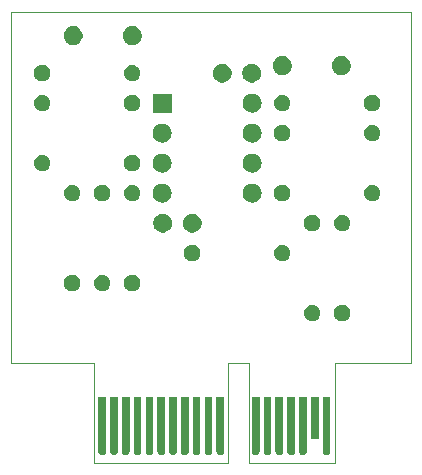
<source format=gbr>
%TF.GenerationSoftware,KiCad,Pcbnew,5.0.2-bee76a0~70~ubuntu16.04.1*%
%TF.CreationDate,2019-06-19T10:20:04+02:00*%
%TF.ProjectId,mixerin_output,6d697865-7269-46e5-9f6f-75747075742e,rev?*%
%TF.SameCoordinates,Original*%
%TF.FileFunction,Soldermask,Top*%
%TF.FilePolarity,Negative*%
%FSLAX46Y46*%
G04 Gerber Fmt 4.6, Leading zero omitted, Abs format (unit mm)*
G04 Created by KiCad (PCBNEW 5.0.2-bee76a0~70~ubuntu16.04.1) date Mi 19 Jun 2019 10:20:04 CEST*
%MOMM*%
%LPD*%
G01*
G04 APERTURE LIST*
%ADD10C,0.100000*%
G04 APERTURE END LIST*
D10*
X108915200Y-69850000D02*
X116230400Y-69850000D01*
X108915200Y-61350000D02*
X108915200Y-69850000D01*
X107137200Y-61350000D02*
X108915200Y-61350000D01*
X107137200Y-69850000D02*
X107137200Y-61350000D01*
X122682000Y-31623000D02*
X122682000Y-61350000D01*
X88773000Y-31623000D02*
X122682000Y-31623000D01*
X88773000Y-61350000D02*
X88773000Y-31623000D01*
X95808800Y-61350000D02*
X88773000Y-61350000D01*
X95808800Y-69850000D02*
X95808800Y-61350000D01*
X107111800Y-69850000D02*
X95808800Y-69850000D01*
X116230400Y-61350000D02*
X116230400Y-69850000D01*
X122682000Y-61350000D02*
X116230400Y-61350000D01*
G36*
X98845000Y-68904940D02*
X98838466Y-68917165D01*
X98834777Y-68929328D01*
X98832511Y-68934798D01*
X98832511Y-68934799D01*
X98808012Y-68993945D01*
X98772444Y-69047176D01*
X98727176Y-69092444D01*
X98673945Y-69128012D01*
X98673942Y-69128013D01*
X98673941Y-69128014D01*
X98660543Y-69133563D01*
X98614799Y-69152511D01*
X98552010Y-69165000D01*
X98487990Y-69165000D01*
X98425201Y-69152511D01*
X98379457Y-69133563D01*
X98366059Y-69128014D01*
X98366058Y-69128013D01*
X98366055Y-69128012D01*
X98312824Y-69092444D01*
X98267556Y-69047176D01*
X98231988Y-68993945D01*
X98207489Y-68934799D01*
X98207488Y-68934794D01*
X98205224Y-68929328D01*
X98201535Y-68917168D01*
X98195000Y-68904940D01*
X98195000Y-64240000D01*
X98845000Y-64240000D01*
X98845000Y-68904940D01*
X98845000Y-68904940D01*
G37*
G36*
X105845000Y-68904940D02*
X105838466Y-68917165D01*
X105834777Y-68929328D01*
X105832511Y-68934798D01*
X105832511Y-68934799D01*
X105808012Y-68993945D01*
X105772444Y-69047176D01*
X105727176Y-69092444D01*
X105673945Y-69128012D01*
X105673942Y-69128013D01*
X105673941Y-69128014D01*
X105660543Y-69133563D01*
X105614799Y-69152511D01*
X105552010Y-69165000D01*
X105487990Y-69165000D01*
X105425201Y-69152511D01*
X105379457Y-69133563D01*
X105366059Y-69128014D01*
X105366058Y-69128013D01*
X105366055Y-69128012D01*
X105312824Y-69092444D01*
X105267556Y-69047176D01*
X105231988Y-68993945D01*
X105207489Y-68934799D01*
X105207488Y-68934794D01*
X105205224Y-68929328D01*
X105201535Y-68917168D01*
X105195000Y-68904940D01*
X105195000Y-64240000D01*
X105845000Y-64240000D01*
X105845000Y-68904940D01*
X105845000Y-68904940D01*
G37*
G36*
X115845000Y-68904940D02*
X115838466Y-68917165D01*
X115834777Y-68929328D01*
X115832511Y-68934798D01*
X115832511Y-68934799D01*
X115808012Y-68993945D01*
X115772444Y-69047176D01*
X115727176Y-69092444D01*
X115673945Y-69128012D01*
X115673942Y-69128013D01*
X115673941Y-69128014D01*
X115660543Y-69133563D01*
X115614799Y-69152511D01*
X115552010Y-69165000D01*
X115487990Y-69165000D01*
X115425201Y-69152511D01*
X115379457Y-69133563D01*
X115366059Y-69128014D01*
X115366058Y-69128013D01*
X115366055Y-69128012D01*
X115312824Y-69092444D01*
X115267556Y-69047176D01*
X115231988Y-68993945D01*
X115207489Y-68934799D01*
X115207488Y-68934794D01*
X115205224Y-68929328D01*
X115201535Y-68917168D01*
X115195000Y-68904940D01*
X115195000Y-64240000D01*
X115845000Y-64240000D01*
X115845000Y-68904940D01*
X115845000Y-68904940D01*
G37*
G36*
X99845000Y-68904940D02*
X99838466Y-68917165D01*
X99834777Y-68929328D01*
X99832511Y-68934798D01*
X99832511Y-68934799D01*
X99808012Y-68993945D01*
X99772444Y-69047176D01*
X99727176Y-69092444D01*
X99673945Y-69128012D01*
X99673942Y-69128013D01*
X99673941Y-69128014D01*
X99660543Y-69133563D01*
X99614799Y-69152511D01*
X99552010Y-69165000D01*
X99487990Y-69165000D01*
X99425201Y-69152511D01*
X99379457Y-69133563D01*
X99366059Y-69128014D01*
X99366058Y-69128013D01*
X99366055Y-69128012D01*
X99312824Y-69092444D01*
X99267556Y-69047176D01*
X99231988Y-68993945D01*
X99207489Y-68934799D01*
X99207488Y-68934794D01*
X99205224Y-68929328D01*
X99201535Y-68917168D01*
X99195000Y-68904940D01*
X99195000Y-64240000D01*
X99845000Y-64240000D01*
X99845000Y-68904940D01*
X99845000Y-68904940D01*
G37*
G36*
X100845000Y-68904940D02*
X100838466Y-68917165D01*
X100834777Y-68929328D01*
X100832511Y-68934798D01*
X100832511Y-68934799D01*
X100808012Y-68993945D01*
X100772444Y-69047176D01*
X100727176Y-69092444D01*
X100673945Y-69128012D01*
X100673942Y-69128013D01*
X100673941Y-69128014D01*
X100660543Y-69133563D01*
X100614799Y-69152511D01*
X100552010Y-69165000D01*
X100487990Y-69165000D01*
X100425201Y-69152511D01*
X100379457Y-69133563D01*
X100366059Y-69128014D01*
X100366058Y-69128013D01*
X100366055Y-69128012D01*
X100312824Y-69092444D01*
X100267556Y-69047176D01*
X100231988Y-68993945D01*
X100207489Y-68934799D01*
X100207488Y-68934794D01*
X100205224Y-68929328D01*
X100201535Y-68917168D01*
X100195000Y-68904940D01*
X100195000Y-64240000D01*
X100845000Y-64240000D01*
X100845000Y-68904940D01*
X100845000Y-68904940D01*
G37*
G36*
X101845000Y-68904940D02*
X101838466Y-68917165D01*
X101834777Y-68929328D01*
X101832511Y-68934798D01*
X101832511Y-68934799D01*
X101808012Y-68993945D01*
X101772444Y-69047176D01*
X101727176Y-69092444D01*
X101673945Y-69128012D01*
X101673942Y-69128013D01*
X101673941Y-69128014D01*
X101660543Y-69133563D01*
X101614799Y-69152511D01*
X101552010Y-69165000D01*
X101487990Y-69165000D01*
X101425201Y-69152511D01*
X101379457Y-69133563D01*
X101366059Y-69128014D01*
X101366058Y-69128013D01*
X101366055Y-69128012D01*
X101312824Y-69092444D01*
X101267556Y-69047176D01*
X101231988Y-68993945D01*
X101207489Y-68934799D01*
X101207488Y-68934794D01*
X101205224Y-68929328D01*
X101201535Y-68917168D01*
X101195000Y-68904940D01*
X101195000Y-64240000D01*
X101845000Y-64240000D01*
X101845000Y-68904940D01*
X101845000Y-68904940D01*
G37*
G36*
X102845000Y-68904940D02*
X102838466Y-68917165D01*
X102834777Y-68929328D01*
X102832511Y-68934798D01*
X102832511Y-68934799D01*
X102808012Y-68993945D01*
X102772444Y-69047176D01*
X102727176Y-69092444D01*
X102673945Y-69128012D01*
X102673942Y-69128013D01*
X102673941Y-69128014D01*
X102660543Y-69133563D01*
X102614799Y-69152511D01*
X102552010Y-69165000D01*
X102487990Y-69165000D01*
X102425201Y-69152511D01*
X102379457Y-69133563D01*
X102366059Y-69128014D01*
X102366058Y-69128013D01*
X102366055Y-69128012D01*
X102312824Y-69092444D01*
X102267556Y-69047176D01*
X102231988Y-68993945D01*
X102207489Y-68934799D01*
X102207488Y-68934794D01*
X102205224Y-68929328D01*
X102201535Y-68917168D01*
X102195000Y-68904940D01*
X102195000Y-64240000D01*
X102845000Y-64240000D01*
X102845000Y-68904940D01*
X102845000Y-68904940D01*
G37*
G36*
X103845000Y-68904940D02*
X103838466Y-68917165D01*
X103834777Y-68929328D01*
X103832511Y-68934798D01*
X103832511Y-68934799D01*
X103808012Y-68993945D01*
X103772444Y-69047176D01*
X103727176Y-69092444D01*
X103673945Y-69128012D01*
X103673942Y-69128013D01*
X103673941Y-69128014D01*
X103660543Y-69133563D01*
X103614799Y-69152511D01*
X103552010Y-69165000D01*
X103487990Y-69165000D01*
X103425201Y-69152511D01*
X103379457Y-69133563D01*
X103366059Y-69128014D01*
X103366058Y-69128013D01*
X103366055Y-69128012D01*
X103312824Y-69092444D01*
X103267556Y-69047176D01*
X103231988Y-68993945D01*
X103207489Y-68934799D01*
X103207488Y-68934794D01*
X103205224Y-68929328D01*
X103201535Y-68917168D01*
X103195000Y-68904940D01*
X103195000Y-64240000D01*
X103845000Y-64240000D01*
X103845000Y-68904940D01*
X103845000Y-68904940D01*
G37*
G36*
X104845000Y-68904940D02*
X104838466Y-68917165D01*
X104834777Y-68929328D01*
X104832511Y-68934798D01*
X104832511Y-68934799D01*
X104808012Y-68993945D01*
X104772444Y-69047176D01*
X104727176Y-69092444D01*
X104673945Y-69128012D01*
X104673942Y-69128013D01*
X104673941Y-69128014D01*
X104660543Y-69133563D01*
X104614799Y-69152511D01*
X104552010Y-69165000D01*
X104487990Y-69165000D01*
X104425201Y-69152511D01*
X104379457Y-69133563D01*
X104366059Y-69128014D01*
X104366058Y-69128013D01*
X104366055Y-69128012D01*
X104312824Y-69092444D01*
X104267556Y-69047176D01*
X104231988Y-68993945D01*
X104207489Y-68934799D01*
X104207488Y-68934794D01*
X104205224Y-68929328D01*
X104201535Y-68917168D01*
X104195000Y-68904940D01*
X104195000Y-64240000D01*
X104845000Y-64240000D01*
X104845000Y-68904940D01*
X104845000Y-68904940D01*
G37*
G36*
X96845000Y-68904940D02*
X96838466Y-68917165D01*
X96834777Y-68929328D01*
X96832511Y-68934798D01*
X96832511Y-68934799D01*
X96808012Y-68993945D01*
X96772444Y-69047176D01*
X96727176Y-69092444D01*
X96673945Y-69128012D01*
X96673942Y-69128013D01*
X96673941Y-69128014D01*
X96660543Y-69133563D01*
X96614799Y-69152511D01*
X96552010Y-69165000D01*
X96487990Y-69165000D01*
X96425201Y-69152511D01*
X96379457Y-69133563D01*
X96366059Y-69128014D01*
X96366058Y-69128013D01*
X96366055Y-69128012D01*
X96312824Y-69092444D01*
X96267556Y-69047176D01*
X96231988Y-68993945D01*
X96207489Y-68934799D01*
X96207488Y-68934794D01*
X96205224Y-68929328D01*
X96201535Y-68917168D01*
X96195000Y-68904940D01*
X96195000Y-64240000D01*
X96845000Y-64240000D01*
X96845000Y-68904940D01*
X96845000Y-68904940D01*
G37*
G36*
X97845000Y-68904940D02*
X97838466Y-68917165D01*
X97834777Y-68929328D01*
X97832511Y-68934798D01*
X97832511Y-68934799D01*
X97808012Y-68993945D01*
X97772444Y-69047176D01*
X97727176Y-69092444D01*
X97673945Y-69128012D01*
X97673942Y-69128013D01*
X97673941Y-69128014D01*
X97660543Y-69133563D01*
X97614799Y-69152511D01*
X97552010Y-69165000D01*
X97487990Y-69165000D01*
X97425201Y-69152511D01*
X97379457Y-69133563D01*
X97366059Y-69128014D01*
X97366058Y-69128013D01*
X97366055Y-69128012D01*
X97312824Y-69092444D01*
X97267556Y-69047176D01*
X97231988Y-68993945D01*
X97207489Y-68934799D01*
X97207488Y-68934794D01*
X97205224Y-68929328D01*
X97201535Y-68917168D01*
X97195000Y-68904940D01*
X97195000Y-64240000D01*
X97845000Y-64240000D01*
X97845000Y-68904940D01*
X97845000Y-68904940D01*
G37*
G36*
X113845000Y-68904940D02*
X113838466Y-68917165D01*
X113834777Y-68929328D01*
X113832511Y-68934798D01*
X113832511Y-68934799D01*
X113808012Y-68993945D01*
X113772444Y-69047176D01*
X113727176Y-69092444D01*
X113673945Y-69128012D01*
X113673942Y-69128013D01*
X113673941Y-69128014D01*
X113660543Y-69133563D01*
X113614799Y-69152511D01*
X113552010Y-69165000D01*
X113487990Y-69165000D01*
X113425201Y-69152511D01*
X113379457Y-69133563D01*
X113366059Y-69128014D01*
X113366058Y-69128013D01*
X113366055Y-69128012D01*
X113312824Y-69092444D01*
X113267556Y-69047176D01*
X113231988Y-68993945D01*
X113207489Y-68934799D01*
X113207488Y-68934794D01*
X113205224Y-68929328D01*
X113201535Y-68917168D01*
X113195000Y-68904940D01*
X113195000Y-64240000D01*
X113845000Y-64240000D01*
X113845000Y-68904940D01*
X113845000Y-68904940D01*
G37*
G36*
X112845000Y-68904940D02*
X112838466Y-68917165D01*
X112834777Y-68929328D01*
X112832511Y-68934798D01*
X112832511Y-68934799D01*
X112808012Y-68993945D01*
X112772444Y-69047176D01*
X112727176Y-69092444D01*
X112673945Y-69128012D01*
X112673942Y-69128013D01*
X112673941Y-69128014D01*
X112660543Y-69133563D01*
X112614799Y-69152511D01*
X112552010Y-69165000D01*
X112487990Y-69165000D01*
X112425201Y-69152511D01*
X112379457Y-69133563D01*
X112366059Y-69128014D01*
X112366058Y-69128013D01*
X112366055Y-69128012D01*
X112312824Y-69092444D01*
X112267556Y-69047176D01*
X112231988Y-68993945D01*
X112207489Y-68934799D01*
X112207488Y-68934794D01*
X112205224Y-68929328D01*
X112201535Y-68917168D01*
X112195000Y-68904940D01*
X112195000Y-64240000D01*
X112845000Y-64240000D01*
X112845000Y-68904940D01*
X112845000Y-68904940D01*
G37*
G36*
X110845000Y-68904940D02*
X110838466Y-68917165D01*
X110834777Y-68929328D01*
X110832511Y-68934798D01*
X110832511Y-68934799D01*
X110808012Y-68993945D01*
X110772444Y-69047176D01*
X110727176Y-69092444D01*
X110673945Y-69128012D01*
X110673942Y-69128013D01*
X110673941Y-69128014D01*
X110660543Y-69133563D01*
X110614799Y-69152511D01*
X110552010Y-69165000D01*
X110487990Y-69165000D01*
X110425201Y-69152511D01*
X110379457Y-69133563D01*
X110366059Y-69128014D01*
X110366058Y-69128013D01*
X110366055Y-69128012D01*
X110312824Y-69092444D01*
X110267556Y-69047176D01*
X110231988Y-68993945D01*
X110207489Y-68934799D01*
X110207488Y-68934794D01*
X110205224Y-68929328D01*
X110201535Y-68917168D01*
X110195000Y-68904940D01*
X110195000Y-64240000D01*
X110845000Y-64240000D01*
X110845000Y-68904940D01*
X110845000Y-68904940D01*
G37*
G36*
X106845000Y-68904940D02*
X106838466Y-68917165D01*
X106834777Y-68929328D01*
X106832511Y-68934798D01*
X106832511Y-68934799D01*
X106808012Y-68993945D01*
X106772444Y-69047176D01*
X106727176Y-69092444D01*
X106673945Y-69128012D01*
X106673942Y-69128013D01*
X106673941Y-69128014D01*
X106660543Y-69133563D01*
X106614799Y-69152511D01*
X106552010Y-69165000D01*
X106487990Y-69165000D01*
X106425201Y-69152511D01*
X106379457Y-69133563D01*
X106366059Y-69128014D01*
X106366058Y-69128013D01*
X106366055Y-69128012D01*
X106312824Y-69092444D01*
X106267556Y-69047176D01*
X106231988Y-68993945D01*
X106207489Y-68934799D01*
X106207488Y-68934794D01*
X106205224Y-68929328D01*
X106201535Y-68917168D01*
X106195000Y-68904940D01*
X106195000Y-64240000D01*
X106845000Y-64240000D01*
X106845000Y-68904940D01*
X106845000Y-68904940D01*
G37*
G36*
X109845000Y-68904940D02*
X109838466Y-68917165D01*
X109834777Y-68929328D01*
X109832511Y-68934798D01*
X109832511Y-68934799D01*
X109808012Y-68993945D01*
X109772444Y-69047176D01*
X109727176Y-69092444D01*
X109673945Y-69128012D01*
X109673942Y-69128013D01*
X109673941Y-69128014D01*
X109660543Y-69133563D01*
X109614799Y-69152511D01*
X109552010Y-69165000D01*
X109487990Y-69165000D01*
X109425201Y-69152511D01*
X109379457Y-69133563D01*
X109366059Y-69128014D01*
X109366058Y-69128013D01*
X109366055Y-69128012D01*
X109312824Y-69092444D01*
X109267556Y-69047176D01*
X109231988Y-68993945D01*
X109207489Y-68934799D01*
X109207488Y-68934794D01*
X109205224Y-68929328D01*
X109201535Y-68917168D01*
X109195000Y-68904940D01*
X109195000Y-64240000D01*
X109845000Y-64240000D01*
X109845000Y-68904940D01*
X109845000Y-68904940D01*
G37*
G36*
X111845000Y-68904940D02*
X111838466Y-68917165D01*
X111834777Y-68929328D01*
X111832511Y-68934798D01*
X111832511Y-68934799D01*
X111808012Y-68993945D01*
X111772444Y-69047176D01*
X111727176Y-69092444D01*
X111673945Y-69128012D01*
X111673942Y-69128013D01*
X111673941Y-69128014D01*
X111660543Y-69133563D01*
X111614799Y-69152511D01*
X111552010Y-69165000D01*
X111487990Y-69165000D01*
X111425201Y-69152511D01*
X111379457Y-69133563D01*
X111366059Y-69128014D01*
X111366058Y-69128013D01*
X111366055Y-69128012D01*
X111312824Y-69092444D01*
X111267556Y-69047176D01*
X111231988Y-68993945D01*
X111207489Y-68934799D01*
X111207488Y-68934794D01*
X111205224Y-68929328D01*
X111201535Y-68917168D01*
X111195000Y-68904940D01*
X111195000Y-64240000D01*
X111845000Y-64240000D01*
X111845000Y-68904940D01*
X111845000Y-68904940D01*
G37*
G36*
X114845000Y-67840000D02*
X114195000Y-67840000D01*
X114195000Y-64240000D01*
X114845000Y-64240000D01*
X114845000Y-67840000D01*
X114845000Y-67840000D01*
G37*
G36*
X114504183Y-56476900D02*
X114631574Y-56529668D01*
X114684685Y-56565155D01*
X114746225Y-56606275D01*
X114843725Y-56703775D01*
X114920332Y-56818426D01*
X114973100Y-56945817D01*
X115000000Y-57081055D01*
X115000000Y-57218945D01*
X114973100Y-57354183D01*
X114920332Y-57481574D01*
X114843726Y-57596224D01*
X114746224Y-57693726D01*
X114631574Y-57770332D01*
X114504183Y-57823100D01*
X114368945Y-57850000D01*
X114231055Y-57850000D01*
X114095817Y-57823100D01*
X113968426Y-57770332D01*
X113853776Y-57693726D01*
X113756274Y-57596224D01*
X113679668Y-57481574D01*
X113626900Y-57354183D01*
X113600000Y-57218945D01*
X113600000Y-57081055D01*
X113626900Y-56945817D01*
X113679668Y-56818426D01*
X113756275Y-56703775D01*
X113853775Y-56606275D01*
X113915316Y-56565155D01*
X113968426Y-56529668D01*
X114095817Y-56476900D01*
X114231055Y-56450000D01*
X114368945Y-56450000D01*
X114504183Y-56476900D01*
X114504183Y-56476900D01*
G37*
G36*
X116977224Y-56460128D02*
X117109175Y-56500155D01*
X117230781Y-56565155D01*
X117337370Y-56652630D01*
X117424845Y-56759219D01*
X117489845Y-56880825D01*
X117529872Y-57012776D01*
X117543387Y-57150000D01*
X117529872Y-57287224D01*
X117489845Y-57419175D01*
X117424845Y-57540781D01*
X117337370Y-57647370D01*
X117230781Y-57734845D01*
X117109175Y-57799845D01*
X116977224Y-57839872D01*
X116874390Y-57850000D01*
X116805610Y-57850000D01*
X116702776Y-57839872D01*
X116570825Y-57799845D01*
X116449219Y-57734845D01*
X116342630Y-57647370D01*
X116255155Y-57540781D01*
X116190155Y-57419175D01*
X116150128Y-57287224D01*
X116136613Y-57150000D01*
X116150128Y-57012776D01*
X116190155Y-56880825D01*
X116255155Y-56759219D01*
X116342630Y-56652630D01*
X116449219Y-56565155D01*
X116570825Y-56500155D01*
X116702776Y-56460128D01*
X116805610Y-56450000D01*
X116874390Y-56450000D01*
X116977224Y-56460128D01*
X116977224Y-56460128D01*
G37*
G36*
X99197224Y-53920128D02*
X99329175Y-53960155D01*
X99450781Y-54025155D01*
X99557370Y-54112630D01*
X99644845Y-54219219D01*
X99709845Y-54340825D01*
X99749872Y-54472776D01*
X99763387Y-54610000D01*
X99749872Y-54747224D01*
X99709845Y-54879175D01*
X99644845Y-55000781D01*
X99557370Y-55107370D01*
X99450781Y-55194845D01*
X99329175Y-55259845D01*
X99197224Y-55299872D01*
X99094390Y-55310000D01*
X99025610Y-55310000D01*
X98922776Y-55299872D01*
X98790825Y-55259845D01*
X98669219Y-55194845D01*
X98562630Y-55107370D01*
X98475155Y-55000781D01*
X98410155Y-54879175D01*
X98370128Y-54747224D01*
X98356613Y-54610000D01*
X98370128Y-54472776D01*
X98410155Y-54340825D01*
X98475155Y-54219219D01*
X98562630Y-54112630D01*
X98669219Y-54025155D01*
X98790825Y-53960155D01*
X98922776Y-53920128D01*
X99025610Y-53910000D01*
X99094390Y-53910000D01*
X99197224Y-53920128D01*
X99197224Y-53920128D01*
G37*
G36*
X94117224Y-53920128D02*
X94249175Y-53960155D01*
X94370781Y-54025155D01*
X94477370Y-54112630D01*
X94564845Y-54219219D01*
X94629845Y-54340825D01*
X94669872Y-54472776D01*
X94683387Y-54610000D01*
X94669872Y-54747224D01*
X94629845Y-54879175D01*
X94564845Y-55000781D01*
X94477370Y-55107370D01*
X94370781Y-55194845D01*
X94249175Y-55259845D01*
X94117224Y-55299872D01*
X94014390Y-55310000D01*
X93945610Y-55310000D01*
X93842776Y-55299872D01*
X93710825Y-55259845D01*
X93589219Y-55194845D01*
X93482630Y-55107370D01*
X93395155Y-55000781D01*
X93330155Y-54879175D01*
X93290128Y-54747224D01*
X93276613Y-54610000D01*
X93290128Y-54472776D01*
X93330155Y-54340825D01*
X93395155Y-54219219D01*
X93482630Y-54112630D01*
X93589219Y-54025155D01*
X93710825Y-53960155D01*
X93842776Y-53920128D01*
X93945610Y-53910000D01*
X94014390Y-53910000D01*
X94117224Y-53920128D01*
X94117224Y-53920128D01*
G37*
G36*
X96724183Y-53936900D02*
X96851574Y-53989668D01*
X96904685Y-54025155D01*
X96966225Y-54066275D01*
X97063725Y-54163775D01*
X97140332Y-54278426D01*
X97193100Y-54405817D01*
X97220000Y-54541055D01*
X97220000Y-54678945D01*
X97193100Y-54814183D01*
X97140332Y-54941574D01*
X97063726Y-55056224D01*
X96966224Y-55153726D01*
X96851574Y-55230332D01*
X96724183Y-55283100D01*
X96588945Y-55310000D01*
X96451055Y-55310000D01*
X96315817Y-55283100D01*
X96188426Y-55230332D01*
X96073776Y-55153726D01*
X95976274Y-55056224D01*
X95899668Y-54941574D01*
X95846900Y-54814183D01*
X95820000Y-54678945D01*
X95820000Y-54541055D01*
X95846900Y-54405817D01*
X95899668Y-54278426D01*
X95976275Y-54163775D01*
X96073775Y-54066275D01*
X96135316Y-54025155D01*
X96188426Y-53989668D01*
X96315817Y-53936900D01*
X96451055Y-53910000D01*
X96588945Y-53910000D01*
X96724183Y-53936900D01*
X96724183Y-53936900D01*
G37*
G36*
X111964183Y-51396900D02*
X112091574Y-51449668D01*
X112144685Y-51485155D01*
X112206225Y-51526275D01*
X112303725Y-51623775D01*
X112380332Y-51738426D01*
X112433100Y-51865817D01*
X112460000Y-52001055D01*
X112460000Y-52138945D01*
X112433100Y-52274183D01*
X112380332Y-52401574D01*
X112303726Y-52516224D01*
X112206224Y-52613726D01*
X112091574Y-52690332D01*
X111964183Y-52743100D01*
X111828945Y-52770000D01*
X111691055Y-52770000D01*
X111555817Y-52743100D01*
X111428426Y-52690332D01*
X111313776Y-52613726D01*
X111216274Y-52516224D01*
X111139668Y-52401574D01*
X111086900Y-52274183D01*
X111060000Y-52138945D01*
X111060000Y-52001055D01*
X111086900Y-51865817D01*
X111139668Y-51738426D01*
X111216275Y-51623775D01*
X111313775Y-51526275D01*
X111375316Y-51485155D01*
X111428426Y-51449668D01*
X111555817Y-51396900D01*
X111691055Y-51370000D01*
X111828945Y-51370000D01*
X111964183Y-51396900D01*
X111964183Y-51396900D01*
G37*
G36*
X104277224Y-51380128D02*
X104409175Y-51420155D01*
X104530781Y-51485155D01*
X104637370Y-51572630D01*
X104724845Y-51679219D01*
X104789845Y-51800825D01*
X104829872Y-51932776D01*
X104843387Y-52070000D01*
X104829872Y-52207224D01*
X104789845Y-52339175D01*
X104724845Y-52460781D01*
X104637370Y-52567370D01*
X104530781Y-52654845D01*
X104409175Y-52719845D01*
X104277224Y-52759872D01*
X104174390Y-52770000D01*
X104105610Y-52770000D01*
X104002776Y-52759872D01*
X103870825Y-52719845D01*
X103749219Y-52654845D01*
X103642630Y-52567370D01*
X103555155Y-52460781D01*
X103490155Y-52339175D01*
X103450128Y-52207224D01*
X103436613Y-52070000D01*
X103450128Y-51932776D01*
X103490155Y-51800825D01*
X103555155Y-51679219D01*
X103642630Y-51572630D01*
X103749219Y-51485155D01*
X103870825Y-51420155D01*
X104002776Y-51380128D01*
X104105610Y-51370000D01*
X104174390Y-51370000D01*
X104277224Y-51380128D01*
X104277224Y-51380128D01*
G37*
G36*
X104373352Y-48760743D02*
X104518941Y-48821048D01*
X104649973Y-48908601D01*
X104761399Y-49020027D01*
X104848952Y-49151059D01*
X104909257Y-49296648D01*
X104940000Y-49451205D01*
X104940000Y-49608795D01*
X104909257Y-49763352D01*
X104848952Y-49908941D01*
X104761399Y-50039973D01*
X104649973Y-50151399D01*
X104518941Y-50238952D01*
X104373352Y-50299257D01*
X104218795Y-50330000D01*
X104061205Y-50330000D01*
X103906648Y-50299257D01*
X103761059Y-50238952D01*
X103630027Y-50151399D01*
X103518601Y-50039973D01*
X103431048Y-49908941D01*
X103370743Y-49763352D01*
X103340000Y-49608795D01*
X103340000Y-49451205D01*
X103370743Y-49296648D01*
X103431048Y-49151059D01*
X103518601Y-49020027D01*
X103630027Y-48908601D01*
X103761059Y-48821048D01*
X103906648Y-48760743D01*
X104061205Y-48730000D01*
X104218795Y-48730000D01*
X104373352Y-48760743D01*
X104373352Y-48760743D01*
G37*
G36*
X101873352Y-48760743D02*
X102018941Y-48821048D01*
X102149973Y-48908601D01*
X102261399Y-49020027D01*
X102348952Y-49151059D01*
X102409257Y-49296648D01*
X102440000Y-49451205D01*
X102440000Y-49608795D01*
X102409257Y-49763352D01*
X102348952Y-49908941D01*
X102261399Y-50039973D01*
X102149973Y-50151399D01*
X102018941Y-50238952D01*
X101873352Y-50299257D01*
X101718795Y-50330000D01*
X101561205Y-50330000D01*
X101406648Y-50299257D01*
X101261059Y-50238952D01*
X101130027Y-50151399D01*
X101018601Y-50039973D01*
X100931048Y-49908941D01*
X100870743Y-49763352D01*
X100840000Y-49608795D01*
X100840000Y-49451205D01*
X100870743Y-49296648D01*
X100931048Y-49151059D01*
X101018601Y-49020027D01*
X101130027Y-48908601D01*
X101261059Y-48821048D01*
X101406648Y-48760743D01*
X101561205Y-48730000D01*
X101718795Y-48730000D01*
X101873352Y-48760743D01*
X101873352Y-48760743D01*
G37*
G36*
X114437224Y-48840128D02*
X114569175Y-48880155D01*
X114690781Y-48945155D01*
X114797370Y-49032630D01*
X114884845Y-49139219D01*
X114949845Y-49260825D01*
X114989872Y-49392776D01*
X115003387Y-49530000D01*
X114989872Y-49667224D01*
X114949845Y-49799175D01*
X114884845Y-49920781D01*
X114797370Y-50027370D01*
X114690781Y-50114845D01*
X114569175Y-50179845D01*
X114437224Y-50219872D01*
X114334390Y-50230000D01*
X114265610Y-50230000D01*
X114162776Y-50219872D01*
X114030825Y-50179845D01*
X113909219Y-50114845D01*
X113802630Y-50027370D01*
X113715155Y-49920781D01*
X113650155Y-49799175D01*
X113610128Y-49667224D01*
X113596613Y-49530000D01*
X113610128Y-49392776D01*
X113650155Y-49260825D01*
X113715155Y-49139219D01*
X113802630Y-49032630D01*
X113909219Y-48945155D01*
X114030825Y-48880155D01*
X114162776Y-48840128D01*
X114265610Y-48830000D01*
X114334390Y-48830000D01*
X114437224Y-48840128D01*
X114437224Y-48840128D01*
G37*
G36*
X117044183Y-48856900D02*
X117168993Y-48908599D01*
X117171574Y-48909668D01*
X117224685Y-48945155D01*
X117286225Y-48986275D01*
X117383725Y-49083775D01*
X117460332Y-49198426D01*
X117513100Y-49325817D01*
X117540000Y-49461055D01*
X117540000Y-49598945D01*
X117513100Y-49734183D01*
X117460332Y-49861574D01*
X117383726Y-49976224D01*
X117286224Y-50073726D01*
X117171574Y-50150332D01*
X117044183Y-50203100D01*
X116908945Y-50230000D01*
X116771055Y-50230000D01*
X116635817Y-50203100D01*
X116508426Y-50150332D01*
X116393776Y-50073726D01*
X116296274Y-49976224D01*
X116219668Y-49861574D01*
X116166900Y-49734183D01*
X116140000Y-49598945D01*
X116140000Y-49461055D01*
X116166900Y-49325817D01*
X116219668Y-49198426D01*
X116296275Y-49083775D01*
X116393775Y-48986275D01*
X116455316Y-48945155D01*
X116508426Y-48909668D01*
X116511007Y-48908599D01*
X116635817Y-48856900D01*
X116771055Y-48830000D01*
X116908945Y-48830000D01*
X117044183Y-48856900D01*
X117044183Y-48856900D01*
G37*
G36*
X101717649Y-46197717D02*
X101756827Y-46201576D01*
X101832228Y-46224449D01*
X101907629Y-46247321D01*
X102046608Y-46321608D01*
X102168422Y-46421578D01*
X102268392Y-46543392D01*
X102342679Y-46682371D01*
X102388424Y-46833174D01*
X102403870Y-46990000D01*
X102388424Y-47146826D01*
X102342679Y-47297629D01*
X102268392Y-47436608D01*
X102168422Y-47558422D01*
X102046608Y-47658392D01*
X101907629Y-47732679D01*
X101832227Y-47755552D01*
X101756827Y-47778424D01*
X101717649Y-47782283D01*
X101639295Y-47790000D01*
X101560705Y-47790000D01*
X101482351Y-47782283D01*
X101443173Y-47778424D01*
X101367773Y-47755552D01*
X101292371Y-47732679D01*
X101153392Y-47658392D01*
X101031578Y-47558422D01*
X100931608Y-47436608D01*
X100857321Y-47297629D01*
X100811576Y-47146826D01*
X100796130Y-46990000D01*
X100811576Y-46833174D01*
X100857321Y-46682371D01*
X100931608Y-46543392D01*
X101031578Y-46421578D01*
X101153392Y-46321608D01*
X101292371Y-46247321D01*
X101367772Y-46224449D01*
X101443173Y-46201576D01*
X101482351Y-46197717D01*
X101560705Y-46190000D01*
X101639295Y-46190000D01*
X101717649Y-46197717D01*
X101717649Y-46197717D01*
G37*
G36*
X109337649Y-46197717D02*
X109376827Y-46201576D01*
X109452228Y-46224449D01*
X109527629Y-46247321D01*
X109666608Y-46321608D01*
X109788422Y-46421578D01*
X109888392Y-46543392D01*
X109962679Y-46682371D01*
X110008424Y-46833174D01*
X110023870Y-46990000D01*
X110008424Y-47146826D01*
X109962679Y-47297629D01*
X109888392Y-47436608D01*
X109788422Y-47558422D01*
X109666608Y-47658392D01*
X109527629Y-47732679D01*
X109452227Y-47755552D01*
X109376827Y-47778424D01*
X109337649Y-47782283D01*
X109259295Y-47790000D01*
X109180705Y-47790000D01*
X109102351Y-47782283D01*
X109063173Y-47778424D01*
X108987773Y-47755552D01*
X108912371Y-47732679D01*
X108773392Y-47658392D01*
X108651578Y-47558422D01*
X108551608Y-47436608D01*
X108477321Y-47297629D01*
X108431576Y-47146826D01*
X108416130Y-46990000D01*
X108431576Y-46833174D01*
X108477321Y-46682371D01*
X108551608Y-46543392D01*
X108651578Y-46421578D01*
X108773392Y-46321608D01*
X108912371Y-46247321D01*
X108987772Y-46224449D01*
X109063173Y-46201576D01*
X109102351Y-46197717D01*
X109180705Y-46190000D01*
X109259295Y-46190000D01*
X109337649Y-46197717D01*
X109337649Y-46197717D01*
G37*
G36*
X119584183Y-46316900D02*
X119711574Y-46369668D01*
X119764685Y-46405155D01*
X119826225Y-46446275D01*
X119923725Y-46543775D01*
X120000332Y-46658426D01*
X120053100Y-46785817D01*
X120080000Y-46921055D01*
X120080000Y-47058945D01*
X120053100Y-47194183D01*
X120000332Y-47321574D01*
X119923726Y-47436224D01*
X119826224Y-47533726D01*
X119711574Y-47610332D01*
X119584183Y-47663100D01*
X119448945Y-47690000D01*
X119311055Y-47690000D01*
X119175817Y-47663100D01*
X119048426Y-47610332D01*
X118933776Y-47533726D01*
X118836274Y-47436224D01*
X118759668Y-47321574D01*
X118706900Y-47194183D01*
X118680000Y-47058945D01*
X118680000Y-46921055D01*
X118706900Y-46785817D01*
X118759668Y-46658426D01*
X118836275Y-46543775D01*
X118933775Y-46446275D01*
X118995316Y-46405155D01*
X119048426Y-46369668D01*
X119175817Y-46316900D01*
X119311055Y-46290000D01*
X119448945Y-46290000D01*
X119584183Y-46316900D01*
X119584183Y-46316900D01*
G37*
G36*
X111897224Y-46300128D02*
X112029175Y-46340155D01*
X112150781Y-46405155D01*
X112257370Y-46492630D01*
X112344845Y-46599219D01*
X112409845Y-46720825D01*
X112449872Y-46852776D01*
X112463387Y-46990000D01*
X112449872Y-47127224D01*
X112409845Y-47259175D01*
X112344845Y-47380781D01*
X112257370Y-47487370D01*
X112150781Y-47574845D01*
X112029175Y-47639845D01*
X111897224Y-47679872D01*
X111794390Y-47690000D01*
X111725610Y-47690000D01*
X111622776Y-47679872D01*
X111490825Y-47639845D01*
X111369219Y-47574845D01*
X111262630Y-47487370D01*
X111175155Y-47380781D01*
X111110155Y-47259175D01*
X111070128Y-47127224D01*
X111056613Y-46990000D01*
X111070128Y-46852776D01*
X111110155Y-46720825D01*
X111175155Y-46599219D01*
X111262630Y-46492630D01*
X111369219Y-46405155D01*
X111490825Y-46340155D01*
X111622776Y-46300128D01*
X111725610Y-46290000D01*
X111794390Y-46290000D01*
X111897224Y-46300128D01*
X111897224Y-46300128D01*
G37*
G36*
X96657224Y-46300128D02*
X96789175Y-46340155D01*
X96910781Y-46405155D01*
X97017370Y-46492630D01*
X97104845Y-46599219D01*
X97169845Y-46720825D01*
X97209872Y-46852776D01*
X97223387Y-46990000D01*
X97209872Y-47127224D01*
X97169845Y-47259175D01*
X97104845Y-47380781D01*
X97017370Y-47487370D01*
X96910781Y-47574845D01*
X96789175Y-47639845D01*
X96657224Y-47679872D01*
X96554390Y-47690000D01*
X96485610Y-47690000D01*
X96382776Y-47679872D01*
X96250825Y-47639845D01*
X96129219Y-47574845D01*
X96022630Y-47487370D01*
X95935155Y-47380781D01*
X95870155Y-47259175D01*
X95830128Y-47127224D01*
X95816613Y-46990000D01*
X95830128Y-46852776D01*
X95870155Y-46720825D01*
X95935155Y-46599219D01*
X96022630Y-46492630D01*
X96129219Y-46405155D01*
X96250825Y-46340155D01*
X96382776Y-46300128D01*
X96485610Y-46290000D01*
X96554390Y-46290000D01*
X96657224Y-46300128D01*
X96657224Y-46300128D01*
G37*
G36*
X94184183Y-46316900D02*
X94311574Y-46369668D01*
X94364685Y-46405155D01*
X94426225Y-46446275D01*
X94523725Y-46543775D01*
X94600332Y-46658426D01*
X94653100Y-46785817D01*
X94680000Y-46921055D01*
X94680000Y-47058945D01*
X94653100Y-47194183D01*
X94600332Y-47321574D01*
X94523726Y-47436224D01*
X94426224Y-47533726D01*
X94311574Y-47610332D01*
X94184183Y-47663100D01*
X94048945Y-47690000D01*
X93911055Y-47690000D01*
X93775817Y-47663100D01*
X93648426Y-47610332D01*
X93533776Y-47533726D01*
X93436274Y-47436224D01*
X93359668Y-47321574D01*
X93306900Y-47194183D01*
X93280000Y-47058945D01*
X93280000Y-46921055D01*
X93306900Y-46785817D01*
X93359668Y-46658426D01*
X93436275Y-46543775D01*
X93533775Y-46446275D01*
X93595316Y-46405155D01*
X93648426Y-46369668D01*
X93775817Y-46316900D01*
X93911055Y-46290000D01*
X94048945Y-46290000D01*
X94184183Y-46316900D01*
X94184183Y-46316900D01*
G37*
G36*
X99264183Y-46316900D02*
X99391574Y-46369668D01*
X99444685Y-46405155D01*
X99506225Y-46446275D01*
X99603725Y-46543775D01*
X99680332Y-46658426D01*
X99733100Y-46785817D01*
X99760000Y-46921055D01*
X99760000Y-47058945D01*
X99733100Y-47194183D01*
X99680332Y-47321574D01*
X99603726Y-47436224D01*
X99506224Y-47533726D01*
X99391574Y-47610332D01*
X99264183Y-47663100D01*
X99128945Y-47690000D01*
X98991055Y-47690000D01*
X98855817Y-47663100D01*
X98728426Y-47610332D01*
X98613776Y-47533726D01*
X98516274Y-47436224D01*
X98439668Y-47321574D01*
X98386900Y-47194183D01*
X98360000Y-47058945D01*
X98360000Y-46921055D01*
X98386900Y-46785817D01*
X98439668Y-46658426D01*
X98516275Y-46543775D01*
X98613775Y-46446275D01*
X98675316Y-46405155D01*
X98728426Y-46369668D01*
X98855817Y-46316900D01*
X98991055Y-46290000D01*
X99128945Y-46290000D01*
X99264183Y-46316900D01*
X99264183Y-46316900D01*
G37*
G36*
X101717649Y-43657717D02*
X101756827Y-43661576D01*
X101832227Y-43684448D01*
X101907629Y-43707321D01*
X102046608Y-43781608D01*
X102168422Y-43881578D01*
X102268392Y-44003392D01*
X102342679Y-44142371D01*
X102388424Y-44293174D01*
X102403870Y-44450000D01*
X102388424Y-44606826D01*
X102342679Y-44757629D01*
X102268392Y-44896608D01*
X102168422Y-45018422D01*
X102046608Y-45118392D01*
X101907629Y-45192679D01*
X101832227Y-45215552D01*
X101756827Y-45238424D01*
X101717649Y-45242283D01*
X101639295Y-45250000D01*
X101560705Y-45250000D01*
X101482351Y-45242283D01*
X101443173Y-45238424D01*
X101367773Y-45215552D01*
X101292371Y-45192679D01*
X101153392Y-45118392D01*
X101031578Y-45018422D01*
X100931608Y-44896608D01*
X100857321Y-44757629D01*
X100811576Y-44606826D01*
X100796130Y-44450000D01*
X100811576Y-44293174D01*
X100857321Y-44142371D01*
X100931608Y-44003392D01*
X101031578Y-43881578D01*
X101153392Y-43781608D01*
X101292371Y-43707321D01*
X101367773Y-43684448D01*
X101443173Y-43661576D01*
X101482351Y-43657717D01*
X101560705Y-43650000D01*
X101639295Y-43650000D01*
X101717649Y-43657717D01*
X101717649Y-43657717D01*
G37*
G36*
X109337649Y-43657717D02*
X109376827Y-43661576D01*
X109452227Y-43684448D01*
X109527629Y-43707321D01*
X109666608Y-43781608D01*
X109788422Y-43881578D01*
X109888392Y-44003392D01*
X109962679Y-44142371D01*
X110008424Y-44293174D01*
X110023870Y-44450000D01*
X110008424Y-44606826D01*
X109962679Y-44757629D01*
X109888392Y-44896608D01*
X109788422Y-45018422D01*
X109666608Y-45118392D01*
X109527629Y-45192679D01*
X109452227Y-45215552D01*
X109376827Y-45238424D01*
X109337649Y-45242283D01*
X109259295Y-45250000D01*
X109180705Y-45250000D01*
X109102351Y-45242283D01*
X109063173Y-45238424D01*
X108987773Y-45215552D01*
X108912371Y-45192679D01*
X108773392Y-45118392D01*
X108651578Y-45018422D01*
X108551608Y-44896608D01*
X108477321Y-44757629D01*
X108431576Y-44606826D01*
X108416130Y-44450000D01*
X108431576Y-44293174D01*
X108477321Y-44142371D01*
X108551608Y-44003392D01*
X108651578Y-43881578D01*
X108773392Y-43781608D01*
X108912371Y-43707321D01*
X108987773Y-43684448D01*
X109063173Y-43661576D01*
X109102351Y-43657717D01*
X109180705Y-43650000D01*
X109259295Y-43650000D01*
X109337649Y-43657717D01*
X109337649Y-43657717D01*
G37*
G36*
X99197224Y-43760128D02*
X99329175Y-43800155D01*
X99450781Y-43865155D01*
X99557370Y-43952630D01*
X99644845Y-44059219D01*
X99709845Y-44180825D01*
X99749872Y-44312776D01*
X99763387Y-44450000D01*
X99749872Y-44587224D01*
X99709845Y-44719175D01*
X99644845Y-44840781D01*
X99557370Y-44947370D01*
X99450781Y-45034845D01*
X99329175Y-45099845D01*
X99197224Y-45139872D01*
X99094390Y-45150000D01*
X99025610Y-45150000D01*
X98922776Y-45139872D01*
X98790825Y-45099845D01*
X98669219Y-45034845D01*
X98562630Y-44947370D01*
X98475155Y-44840781D01*
X98410155Y-44719175D01*
X98370128Y-44587224D01*
X98356613Y-44450000D01*
X98370128Y-44312776D01*
X98410155Y-44180825D01*
X98475155Y-44059219D01*
X98562630Y-43952630D01*
X98669219Y-43865155D01*
X98790825Y-43800155D01*
X98922776Y-43760128D01*
X99025610Y-43750000D01*
X99094390Y-43750000D01*
X99197224Y-43760128D01*
X99197224Y-43760128D01*
G37*
G36*
X91644183Y-43776900D02*
X91771574Y-43829668D01*
X91824685Y-43865155D01*
X91886225Y-43906275D01*
X91983725Y-44003775D01*
X92060332Y-44118426D01*
X92113100Y-44245817D01*
X92140000Y-44381055D01*
X92140000Y-44518945D01*
X92113100Y-44654183D01*
X92060332Y-44781574D01*
X91983726Y-44896224D01*
X91886224Y-44993726D01*
X91771574Y-45070332D01*
X91644183Y-45123100D01*
X91508945Y-45150000D01*
X91371055Y-45150000D01*
X91235817Y-45123100D01*
X91108426Y-45070332D01*
X90993776Y-44993726D01*
X90896274Y-44896224D01*
X90819668Y-44781574D01*
X90766900Y-44654183D01*
X90740000Y-44518945D01*
X90740000Y-44381055D01*
X90766900Y-44245817D01*
X90819668Y-44118426D01*
X90896275Y-44003775D01*
X90993775Y-43906275D01*
X91055316Y-43865155D01*
X91108426Y-43829668D01*
X91235817Y-43776900D01*
X91371055Y-43750000D01*
X91508945Y-43750000D01*
X91644183Y-43776900D01*
X91644183Y-43776900D01*
G37*
G36*
X109337649Y-41117717D02*
X109376827Y-41121576D01*
X109452228Y-41144449D01*
X109527629Y-41167321D01*
X109666608Y-41241608D01*
X109788422Y-41341578D01*
X109888392Y-41463392D01*
X109962679Y-41602371D01*
X110008424Y-41753174D01*
X110023870Y-41910000D01*
X110008424Y-42066826D01*
X109962679Y-42217629D01*
X109888392Y-42356608D01*
X109788422Y-42478422D01*
X109666608Y-42578392D01*
X109527629Y-42652679D01*
X109452228Y-42675551D01*
X109376827Y-42698424D01*
X109337649Y-42702283D01*
X109259295Y-42710000D01*
X109180705Y-42710000D01*
X109102351Y-42702283D01*
X109063173Y-42698424D01*
X108987772Y-42675551D01*
X108912371Y-42652679D01*
X108773392Y-42578392D01*
X108651578Y-42478422D01*
X108551608Y-42356608D01*
X108477321Y-42217629D01*
X108431576Y-42066826D01*
X108416130Y-41910000D01*
X108431576Y-41753174D01*
X108477321Y-41602371D01*
X108551608Y-41463392D01*
X108651578Y-41341578D01*
X108773392Y-41241608D01*
X108912371Y-41167321D01*
X108987772Y-41144449D01*
X109063173Y-41121576D01*
X109102351Y-41117717D01*
X109180705Y-41110000D01*
X109259295Y-41110000D01*
X109337649Y-41117717D01*
X109337649Y-41117717D01*
G37*
G36*
X101717649Y-41117717D02*
X101756827Y-41121576D01*
X101832228Y-41144449D01*
X101907629Y-41167321D01*
X102046608Y-41241608D01*
X102168422Y-41341578D01*
X102268392Y-41463392D01*
X102342679Y-41602371D01*
X102388424Y-41753174D01*
X102403870Y-41910000D01*
X102388424Y-42066826D01*
X102342679Y-42217629D01*
X102268392Y-42356608D01*
X102168422Y-42478422D01*
X102046608Y-42578392D01*
X101907629Y-42652679D01*
X101832228Y-42675551D01*
X101756827Y-42698424D01*
X101717649Y-42702283D01*
X101639295Y-42710000D01*
X101560705Y-42710000D01*
X101482351Y-42702283D01*
X101443173Y-42698424D01*
X101367772Y-42675551D01*
X101292371Y-42652679D01*
X101153392Y-42578392D01*
X101031578Y-42478422D01*
X100931608Y-42356608D01*
X100857321Y-42217629D01*
X100811576Y-42066826D01*
X100796130Y-41910000D01*
X100811576Y-41753174D01*
X100857321Y-41602371D01*
X100931608Y-41463392D01*
X101031578Y-41341578D01*
X101153392Y-41241608D01*
X101292371Y-41167321D01*
X101367772Y-41144449D01*
X101443173Y-41121576D01*
X101482351Y-41117717D01*
X101560705Y-41110000D01*
X101639295Y-41110000D01*
X101717649Y-41117717D01*
X101717649Y-41117717D01*
G37*
G36*
X111897224Y-41220128D02*
X112029175Y-41260155D01*
X112150781Y-41325155D01*
X112257370Y-41412630D01*
X112344845Y-41519219D01*
X112409845Y-41640825D01*
X112449872Y-41772776D01*
X112463387Y-41910000D01*
X112449872Y-42047224D01*
X112409845Y-42179175D01*
X112344845Y-42300781D01*
X112257370Y-42407370D01*
X112150781Y-42494845D01*
X112029175Y-42559845D01*
X111897224Y-42599872D01*
X111794390Y-42610000D01*
X111725610Y-42610000D01*
X111622776Y-42599872D01*
X111490825Y-42559845D01*
X111369219Y-42494845D01*
X111262630Y-42407370D01*
X111175155Y-42300781D01*
X111110155Y-42179175D01*
X111070128Y-42047224D01*
X111056613Y-41910000D01*
X111070128Y-41772776D01*
X111110155Y-41640825D01*
X111175155Y-41519219D01*
X111262630Y-41412630D01*
X111369219Y-41325155D01*
X111490825Y-41260155D01*
X111622776Y-41220128D01*
X111725610Y-41210000D01*
X111794390Y-41210000D01*
X111897224Y-41220128D01*
X111897224Y-41220128D01*
G37*
G36*
X119584183Y-41236900D02*
X119711574Y-41289668D01*
X119764685Y-41325155D01*
X119826225Y-41366275D01*
X119923725Y-41463775D01*
X120000332Y-41578426D01*
X120053100Y-41705817D01*
X120080000Y-41841055D01*
X120080000Y-41978945D01*
X120053100Y-42114183D01*
X120000332Y-42241574D01*
X119923726Y-42356224D01*
X119826224Y-42453726D01*
X119711574Y-42530332D01*
X119584183Y-42583100D01*
X119448945Y-42610000D01*
X119311055Y-42610000D01*
X119175817Y-42583100D01*
X119048426Y-42530332D01*
X118933776Y-42453726D01*
X118836274Y-42356224D01*
X118759668Y-42241574D01*
X118706900Y-42114183D01*
X118680000Y-41978945D01*
X118680000Y-41841055D01*
X118706900Y-41705817D01*
X118759668Y-41578426D01*
X118836275Y-41463775D01*
X118933775Y-41366275D01*
X118995316Y-41325155D01*
X119048426Y-41289668D01*
X119175817Y-41236900D01*
X119311055Y-41210000D01*
X119448945Y-41210000D01*
X119584183Y-41236900D01*
X119584183Y-41236900D01*
G37*
G36*
X102400000Y-40170000D02*
X100800000Y-40170000D01*
X100800000Y-38570000D01*
X102400000Y-38570000D01*
X102400000Y-40170000D01*
X102400000Y-40170000D01*
G37*
G36*
X109337649Y-38577717D02*
X109376827Y-38581576D01*
X109452227Y-38604448D01*
X109527629Y-38627321D01*
X109666608Y-38701608D01*
X109788422Y-38801578D01*
X109888392Y-38923392D01*
X109962679Y-39062371D01*
X110008424Y-39213174D01*
X110023870Y-39370000D01*
X110008424Y-39526826D01*
X109962679Y-39677629D01*
X109888392Y-39816608D01*
X109788422Y-39938422D01*
X109666608Y-40038392D01*
X109527629Y-40112679D01*
X109452228Y-40135551D01*
X109376827Y-40158424D01*
X109337649Y-40162283D01*
X109259295Y-40170000D01*
X109180705Y-40170000D01*
X109102351Y-40162283D01*
X109063173Y-40158424D01*
X108987772Y-40135551D01*
X108912371Y-40112679D01*
X108773392Y-40038392D01*
X108651578Y-39938422D01*
X108551608Y-39816608D01*
X108477321Y-39677629D01*
X108431576Y-39526826D01*
X108416130Y-39370000D01*
X108431576Y-39213174D01*
X108477321Y-39062371D01*
X108551608Y-38923392D01*
X108651578Y-38801578D01*
X108773392Y-38701608D01*
X108912371Y-38627321D01*
X108987773Y-38604448D01*
X109063173Y-38581576D01*
X109102351Y-38577717D01*
X109180705Y-38570000D01*
X109259295Y-38570000D01*
X109337649Y-38577717D01*
X109337649Y-38577717D01*
G37*
G36*
X99197224Y-38680128D02*
X99329175Y-38720155D01*
X99450781Y-38785155D01*
X99557370Y-38872630D01*
X99644845Y-38979219D01*
X99709845Y-39100825D01*
X99749872Y-39232776D01*
X99763387Y-39370000D01*
X99749872Y-39507224D01*
X99709845Y-39639175D01*
X99644845Y-39760781D01*
X99557370Y-39867370D01*
X99450781Y-39954845D01*
X99329175Y-40019845D01*
X99197224Y-40059872D01*
X99094390Y-40070000D01*
X99025610Y-40070000D01*
X98922776Y-40059872D01*
X98790825Y-40019845D01*
X98669219Y-39954845D01*
X98562630Y-39867370D01*
X98475155Y-39760781D01*
X98410155Y-39639175D01*
X98370128Y-39507224D01*
X98356613Y-39370000D01*
X98370128Y-39232776D01*
X98410155Y-39100825D01*
X98475155Y-38979219D01*
X98562630Y-38872630D01*
X98669219Y-38785155D01*
X98790825Y-38720155D01*
X98922776Y-38680128D01*
X99025610Y-38670000D01*
X99094390Y-38670000D01*
X99197224Y-38680128D01*
X99197224Y-38680128D01*
G37*
G36*
X111964183Y-38696900D02*
X112091574Y-38749668D01*
X112144685Y-38785155D01*
X112206225Y-38826275D01*
X112303725Y-38923775D01*
X112380332Y-39038426D01*
X112433100Y-39165817D01*
X112460000Y-39301055D01*
X112460000Y-39438945D01*
X112433100Y-39574183D01*
X112380332Y-39701574D01*
X112303726Y-39816224D01*
X112206224Y-39913726D01*
X112091574Y-39990332D01*
X111964183Y-40043100D01*
X111828945Y-40070000D01*
X111691055Y-40070000D01*
X111555817Y-40043100D01*
X111428426Y-39990332D01*
X111313776Y-39913726D01*
X111216274Y-39816224D01*
X111139668Y-39701574D01*
X111086900Y-39574183D01*
X111060000Y-39438945D01*
X111060000Y-39301055D01*
X111086900Y-39165817D01*
X111139668Y-39038426D01*
X111216275Y-38923775D01*
X111313775Y-38826275D01*
X111375316Y-38785155D01*
X111428426Y-38749668D01*
X111555817Y-38696900D01*
X111691055Y-38670000D01*
X111828945Y-38670000D01*
X111964183Y-38696900D01*
X111964183Y-38696900D01*
G37*
G36*
X91644183Y-38696900D02*
X91771574Y-38749668D01*
X91824685Y-38785155D01*
X91886225Y-38826275D01*
X91983725Y-38923775D01*
X92060332Y-39038426D01*
X92113100Y-39165817D01*
X92140000Y-39301055D01*
X92140000Y-39438945D01*
X92113100Y-39574183D01*
X92060332Y-39701574D01*
X91983726Y-39816224D01*
X91886224Y-39913726D01*
X91771574Y-39990332D01*
X91644183Y-40043100D01*
X91508945Y-40070000D01*
X91371055Y-40070000D01*
X91235817Y-40043100D01*
X91108426Y-39990332D01*
X90993776Y-39913726D01*
X90896274Y-39816224D01*
X90819668Y-39701574D01*
X90766900Y-39574183D01*
X90740000Y-39438945D01*
X90740000Y-39301055D01*
X90766900Y-39165817D01*
X90819668Y-39038426D01*
X90896275Y-38923775D01*
X90993775Y-38826275D01*
X91055316Y-38785155D01*
X91108426Y-38749668D01*
X91235817Y-38696900D01*
X91371055Y-38670000D01*
X91508945Y-38670000D01*
X91644183Y-38696900D01*
X91644183Y-38696900D01*
G37*
G36*
X119517224Y-38680128D02*
X119649175Y-38720155D01*
X119770781Y-38785155D01*
X119877370Y-38872630D01*
X119964845Y-38979219D01*
X120029845Y-39100825D01*
X120069872Y-39232776D01*
X120083387Y-39370000D01*
X120069872Y-39507224D01*
X120029845Y-39639175D01*
X119964845Y-39760781D01*
X119877370Y-39867370D01*
X119770781Y-39954845D01*
X119649175Y-40019845D01*
X119517224Y-40059872D01*
X119414390Y-40070000D01*
X119345610Y-40070000D01*
X119242776Y-40059872D01*
X119110825Y-40019845D01*
X118989219Y-39954845D01*
X118882630Y-39867370D01*
X118795155Y-39760781D01*
X118730155Y-39639175D01*
X118690128Y-39507224D01*
X118676613Y-39370000D01*
X118690128Y-39232776D01*
X118730155Y-39100825D01*
X118795155Y-38979219D01*
X118882630Y-38872630D01*
X118989219Y-38785155D01*
X119110825Y-38720155D01*
X119242776Y-38680128D01*
X119345610Y-38670000D01*
X119414390Y-38670000D01*
X119517224Y-38680128D01*
X119517224Y-38680128D01*
G37*
G36*
X109413352Y-36060743D02*
X109558941Y-36121048D01*
X109689973Y-36208601D01*
X109801399Y-36320027D01*
X109888952Y-36451059D01*
X109949257Y-36596648D01*
X109980000Y-36751205D01*
X109980000Y-36908795D01*
X109949257Y-37063352D01*
X109888952Y-37208941D01*
X109801399Y-37339973D01*
X109689973Y-37451399D01*
X109558941Y-37538952D01*
X109413352Y-37599257D01*
X109258795Y-37630000D01*
X109101205Y-37630000D01*
X108946648Y-37599257D01*
X108801059Y-37538952D01*
X108670027Y-37451399D01*
X108558601Y-37339973D01*
X108471048Y-37208941D01*
X108410743Y-37063352D01*
X108380000Y-36908795D01*
X108380000Y-36751205D01*
X108410743Y-36596648D01*
X108471048Y-36451059D01*
X108558601Y-36320027D01*
X108670027Y-36208601D01*
X108801059Y-36121048D01*
X108946648Y-36060743D01*
X109101205Y-36030000D01*
X109258795Y-36030000D01*
X109413352Y-36060743D01*
X109413352Y-36060743D01*
G37*
G36*
X106913352Y-36060743D02*
X107058941Y-36121048D01*
X107189973Y-36208601D01*
X107301399Y-36320027D01*
X107388952Y-36451059D01*
X107449257Y-36596648D01*
X107480000Y-36751205D01*
X107480000Y-36908795D01*
X107449257Y-37063352D01*
X107388952Y-37208941D01*
X107301399Y-37339973D01*
X107189973Y-37451399D01*
X107058941Y-37538952D01*
X106913352Y-37599257D01*
X106758795Y-37630000D01*
X106601205Y-37630000D01*
X106446648Y-37599257D01*
X106301059Y-37538952D01*
X106170027Y-37451399D01*
X106058601Y-37339973D01*
X105971048Y-37208941D01*
X105910743Y-37063352D01*
X105880000Y-36908795D01*
X105880000Y-36751205D01*
X105910743Y-36596648D01*
X105971048Y-36451059D01*
X106058601Y-36320027D01*
X106170027Y-36208601D01*
X106301059Y-36121048D01*
X106446648Y-36060743D01*
X106601205Y-36030000D01*
X106758795Y-36030000D01*
X106913352Y-36060743D01*
X106913352Y-36060743D01*
G37*
G36*
X99264183Y-36156900D02*
X99388993Y-36208599D01*
X99391574Y-36209668D01*
X99487548Y-36273795D01*
X99506225Y-36286275D01*
X99603725Y-36383775D01*
X99680332Y-36498426D01*
X99733100Y-36625817D01*
X99760000Y-36761055D01*
X99760000Y-36898945D01*
X99733100Y-37034183D01*
X99680332Y-37161574D01*
X99603726Y-37276224D01*
X99506224Y-37373726D01*
X99391574Y-37450332D01*
X99264183Y-37503100D01*
X99128945Y-37530000D01*
X98991055Y-37530000D01*
X98855817Y-37503100D01*
X98728426Y-37450332D01*
X98613776Y-37373726D01*
X98516274Y-37276224D01*
X98439668Y-37161574D01*
X98386900Y-37034183D01*
X98360000Y-36898945D01*
X98360000Y-36761055D01*
X98386900Y-36625817D01*
X98439668Y-36498426D01*
X98516275Y-36383775D01*
X98613775Y-36286275D01*
X98632453Y-36273795D01*
X98728426Y-36209668D01*
X98731007Y-36208599D01*
X98855817Y-36156900D01*
X98991055Y-36130000D01*
X99128945Y-36130000D01*
X99264183Y-36156900D01*
X99264183Y-36156900D01*
G37*
G36*
X91577224Y-36140128D02*
X91709175Y-36180155D01*
X91830781Y-36245155D01*
X91937370Y-36332630D01*
X92024845Y-36439219D01*
X92089845Y-36560825D01*
X92129872Y-36692776D01*
X92143387Y-36830000D01*
X92129872Y-36967224D01*
X92089845Y-37099175D01*
X92024845Y-37220781D01*
X91937370Y-37327370D01*
X91830781Y-37414845D01*
X91709175Y-37479845D01*
X91577224Y-37519872D01*
X91474390Y-37530000D01*
X91405610Y-37530000D01*
X91302776Y-37519872D01*
X91170825Y-37479845D01*
X91049219Y-37414845D01*
X90942630Y-37327370D01*
X90855155Y-37220781D01*
X90790155Y-37099175D01*
X90750128Y-36967224D01*
X90736613Y-36830000D01*
X90750128Y-36692776D01*
X90790155Y-36560825D01*
X90855155Y-36439219D01*
X90942630Y-36332630D01*
X91049219Y-36245155D01*
X91170825Y-36180155D01*
X91302776Y-36140128D01*
X91405610Y-36130000D01*
X91474390Y-36130000D01*
X91577224Y-36140128D01*
X91577224Y-36140128D01*
G37*
G36*
X116993352Y-35425743D02*
X117138941Y-35486048D01*
X117269973Y-35573601D01*
X117381399Y-35685027D01*
X117468952Y-35816059D01*
X117529257Y-35961648D01*
X117560000Y-36116205D01*
X117560000Y-36273795D01*
X117529257Y-36428352D01*
X117468952Y-36573941D01*
X117381399Y-36704973D01*
X117269973Y-36816399D01*
X117138941Y-36903952D01*
X116993352Y-36964257D01*
X116838795Y-36995000D01*
X116681205Y-36995000D01*
X116526648Y-36964257D01*
X116381059Y-36903952D01*
X116250027Y-36816399D01*
X116138601Y-36704973D01*
X116051048Y-36573941D01*
X115990743Y-36428352D01*
X115960000Y-36273795D01*
X115960000Y-36116205D01*
X115990743Y-35961648D01*
X116051048Y-35816059D01*
X116138601Y-35685027D01*
X116250027Y-35573601D01*
X116381059Y-35486048D01*
X116526648Y-35425743D01*
X116681205Y-35395000D01*
X116838795Y-35395000D01*
X116993352Y-35425743D01*
X116993352Y-35425743D01*
G37*
G36*
X111993352Y-35425743D02*
X112138941Y-35486048D01*
X112269973Y-35573601D01*
X112381399Y-35685027D01*
X112468952Y-35816059D01*
X112529257Y-35961648D01*
X112560000Y-36116205D01*
X112560000Y-36273795D01*
X112529257Y-36428352D01*
X112468952Y-36573941D01*
X112381399Y-36704973D01*
X112269973Y-36816399D01*
X112138941Y-36903952D01*
X111993352Y-36964257D01*
X111838795Y-36995000D01*
X111681205Y-36995000D01*
X111526648Y-36964257D01*
X111381059Y-36903952D01*
X111250027Y-36816399D01*
X111138601Y-36704973D01*
X111051048Y-36573941D01*
X110990743Y-36428352D01*
X110960000Y-36273795D01*
X110960000Y-36116205D01*
X110990743Y-35961648D01*
X111051048Y-35816059D01*
X111138601Y-35685027D01*
X111250027Y-35573601D01*
X111381059Y-35486048D01*
X111526648Y-35425743D01*
X111681205Y-35395000D01*
X111838795Y-35395000D01*
X111993352Y-35425743D01*
X111993352Y-35425743D01*
G37*
G36*
X94293352Y-32885743D02*
X94438941Y-32946048D01*
X94569973Y-33033601D01*
X94681399Y-33145027D01*
X94768952Y-33276059D01*
X94829257Y-33421648D01*
X94860000Y-33576205D01*
X94860000Y-33733795D01*
X94829257Y-33888352D01*
X94768952Y-34033941D01*
X94681399Y-34164973D01*
X94569973Y-34276399D01*
X94438941Y-34363952D01*
X94293352Y-34424257D01*
X94138795Y-34455000D01*
X93981205Y-34455000D01*
X93826648Y-34424257D01*
X93681059Y-34363952D01*
X93550027Y-34276399D01*
X93438601Y-34164973D01*
X93351048Y-34033941D01*
X93290743Y-33888352D01*
X93260000Y-33733795D01*
X93260000Y-33576205D01*
X93290743Y-33421648D01*
X93351048Y-33276059D01*
X93438601Y-33145027D01*
X93550027Y-33033601D01*
X93681059Y-32946048D01*
X93826648Y-32885743D01*
X93981205Y-32855000D01*
X94138795Y-32855000D01*
X94293352Y-32885743D01*
X94293352Y-32885743D01*
G37*
G36*
X99293352Y-32885743D02*
X99438941Y-32946048D01*
X99569973Y-33033601D01*
X99681399Y-33145027D01*
X99768952Y-33276059D01*
X99829257Y-33421648D01*
X99860000Y-33576205D01*
X99860000Y-33733795D01*
X99829257Y-33888352D01*
X99768952Y-34033941D01*
X99681399Y-34164973D01*
X99569973Y-34276399D01*
X99438941Y-34363952D01*
X99293352Y-34424257D01*
X99138795Y-34455000D01*
X98981205Y-34455000D01*
X98826648Y-34424257D01*
X98681059Y-34363952D01*
X98550027Y-34276399D01*
X98438601Y-34164973D01*
X98351048Y-34033941D01*
X98290743Y-33888352D01*
X98260000Y-33733795D01*
X98260000Y-33576205D01*
X98290743Y-33421648D01*
X98351048Y-33276059D01*
X98438601Y-33145027D01*
X98550027Y-33033601D01*
X98681059Y-32946048D01*
X98826648Y-32885743D01*
X98981205Y-32855000D01*
X99138795Y-32855000D01*
X99293352Y-32885743D01*
X99293352Y-32885743D01*
G37*
M02*

</source>
